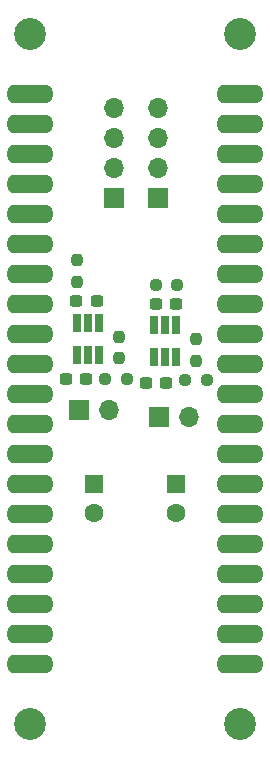
<source format=gbr>
%TF.GenerationSoftware,KiCad,Pcbnew,(6.0.2)*%
%TF.CreationDate,2023-01-31T14:35:55+03:00*%
%TF.ProjectId,Shield_Emergent,53686965-6c64-45f4-956d-657267656e74,rev?*%
%TF.SameCoordinates,Original*%
%TF.FileFunction,Soldermask,Bot*%
%TF.FilePolarity,Negative*%
%FSLAX46Y46*%
G04 Gerber Fmt 4.6, Leading zero omitted, Abs format (unit mm)*
G04 Created by KiCad (PCBNEW (6.0.2)) date 2023-01-31 14:35:55*
%MOMM*%
%LPD*%
G01*
G04 APERTURE LIST*
G04 Aperture macros list*
%AMRoundRect*
0 Rectangle with rounded corners*
0 $1 Rounding radius*
0 $2 $3 $4 $5 $6 $7 $8 $9 X,Y pos of 4 corners*
0 Add a 4 corners polygon primitive as box body*
4,1,4,$2,$3,$4,$5,$6,$7,$8,$9,$2,$3,0*
0 Add four circle primitives for the rounded corners*
1,1,$1+$1,$2,$3*
1,1,$1+$1,$4,$5*
1,1,$1+$1,$6,$7*
1,1,$1+$1,$8,$9*
0 Add four rect primitives between the rounded corners*
20,1,$1+$1,$2,$3,$4,$5,0*
20,1,$1+$1,$4,$5,$6,$7,0*
20,1,$1+$1,$6,$7,$8,$9,0*
20,1,$1+$1,$8,$9,$2,$3,0*%
G04 Aperture macros list end*
%ADD10C,2.700000*%
%ADD11O,4.000000X1.600000*%
%ADD12RoundRect,0.237500X0.237500X-0.250000X0.237500X0.250000X-0.237500X0.250000X-0.237500X-0.250000X0*%
%ADD13RoundRect,0.237500X-0.300000X-0.237500X0.300000X-0.237500X0.300000X0.237500X-0.300000X0.237500X0*%
%ADD14R,0.650000X1.560000*%
%ADD15R,1.600000X1.600000*%
%ADD16C,1.600000*%
%ADD17RoundRect,0.237500X0.300000X0.237500X-0.300000X0.237500X-0.300000X-0.237500X0.300000X-0.237500X0*%
%ADD18R,1.700000X1.700000*%
%ADD19O,1.700000X1.700000*%
%ADD20RoundRect,0.237500X-0.250000X-0.237500X0.250000X-0.237500X0.250000X0.237500X-0.250000X0.237500X0*%
G04 APERTURE END LIST*
D10*
%TO.C,REF\u002A\u002A*%
X46530000Y-81960000D03*
%TD*%
D11*
%TO.C,U1*%
X28760000Y-28620000D03*
X28760000Y-31160000D03*
X28760000Y-33700000D03*
X28760000Y-36240000D03*
X28760000Y-38780000D03*
X28760000Y-41320000D03*
X28760000Y-43860000D03*
X28760000Y-46400000D03*
X28760000Y-48940000D03*
X28760000Y-51480000D03*
X28760000Y-54020000D03*
X28760000Y-56560000D03*
X28760000Y-59100000D03*
X28760000Y-61640000D03*
X28760000Y-64180000D03*
X28760000Y-66720000D03*
X28760000Y-69260000D03*
X28760000Y-71800000D03*
X28760000Y-74340000D03*
X28760000Y-76880000D03*
X46540000Y-76880000D03*
X46540000Y-74340000D03*
X46540000Y-71800000D03*
X46540000Y-69260000D03*
X46540000Y-66720000D03*
X46540000Y-64180000D03*
X46540000Y-61640000D03*
X46540000Y-59100000D03*
X46540000Y-56560000D03*
X46540000Y-54020000D03*
X46540000Y-51480000D03*
X46540000Y-48940000D03*
X46540000Y-46400000D03*
X46540000Y-43860000D03*
X46540000Y-41320000D03*
X46540000Y-38780000D03*
X46540000Y-36240000D03*
X46540000Y-33700000D03*
X46540000Y-31160000D03*
X46540000Y-28620000D03*
%TD*%
D10*
%TO.C,REF\u002A\u002A*%
X28770000Y-81960000D03*
%TD*%
%TO.C,REF\u002A\u002A*%
X28770000Y-23540000D03*
%TD*%
%TO.C,REF\u002A\u002A*%
X46530000Y-23540000D03*
%TD*%
D12*
%TO.C,R4*%
X32700000Y-44512500D03*
X32700000Y-42687500D03*
%TD*%
D13*
%TO.C,C4*%
X32687500Y-46150000D03*
X34412500Y-46150000D03*
%TD*%
D14*
%TO.C,U3*%
X32700000Y-48000000D03*
X33650000Y-48000000D03*
X34600000Y-48000000D03*
X34600000Y-50700000D03*
X33650000Y-50700000D03*
X32700000Y-50700000D03*
%TD*%
D15*
%TO.C,C6*%
X34200000Y-61617621D03*
D16*
X34200000Y-64117621D03*
%TD*%
D17*
%TO.C,C2*%
X40262500Y-53100000D03*
X38537500Y-53100000D03*
%TD*%
D18*
%TO.C,J4*%
X35900000Y-37400000D03*
D19*
X35900000Y-34860000D03*
X35900000Y-32320000D03*
X35900000Y-29780000D03*
%TD*%
D20*
%TO.C,R2*%
X41887500Y-52800000D03*
X43712500Y-52800000D03*
%TD*%
D18*
%TO.C,J2*%
X39600000Y-37400000D03*
D19*
X39600000Y-34860000D03*
X39600000Y-32320000D03*
X39600000Y-29780000D03*
%TD*%
D18*
%TO.C,J3*%
X32925000Y-55387500D03*
D19*
X35465000Y-55387500D03*
%TD*%
D20*
%TO.C,R1*%
X39400000Y-44787500D03*
X41225000Y-44787500D03*
%TD*%
D12*
%TO.C,R3*%
X42790000Y-51225000D03*
X42790000Y-49400000D03*
%TD*%
D17*
%TO.C,C5*%
X33502500Y-52762500D03*
X31777500Y-52762500D03*
%TD*%
D14*
%TO.C,U2*%
X39240000Y-48212500D03*
X40190000Y-48212500D03*
X41140000Y-48212500D03*
X41140000Y-50912500D03*
X40190000Y-50912500D03*
X39240000Y-50912500D03*
%TD*%
D13*
%TO.C,C1*%
X39427500Y-46362500D03*
X41152500Y-46362500D03*
%TD*%
D15*
%TO.C,C3*%
X41100000Y-61617621D03*
D16*
X41100000Y-64117621D03*
%TD*%
D12*
%TO.C,R6*%
X36300000Y-51012500D03*
X36300000Y-49187500D03*
%TD*%
D20*
%TO.C,R5*%
X35127500Y-52762500D03*
X36952500Y-52762500D03*
%TD*%
D18*
%TO.C,J1*%
X39700000Y-56000000D03*
D19*
X42240000Y-56000000D03*
%TD*%
M02*

</source>
